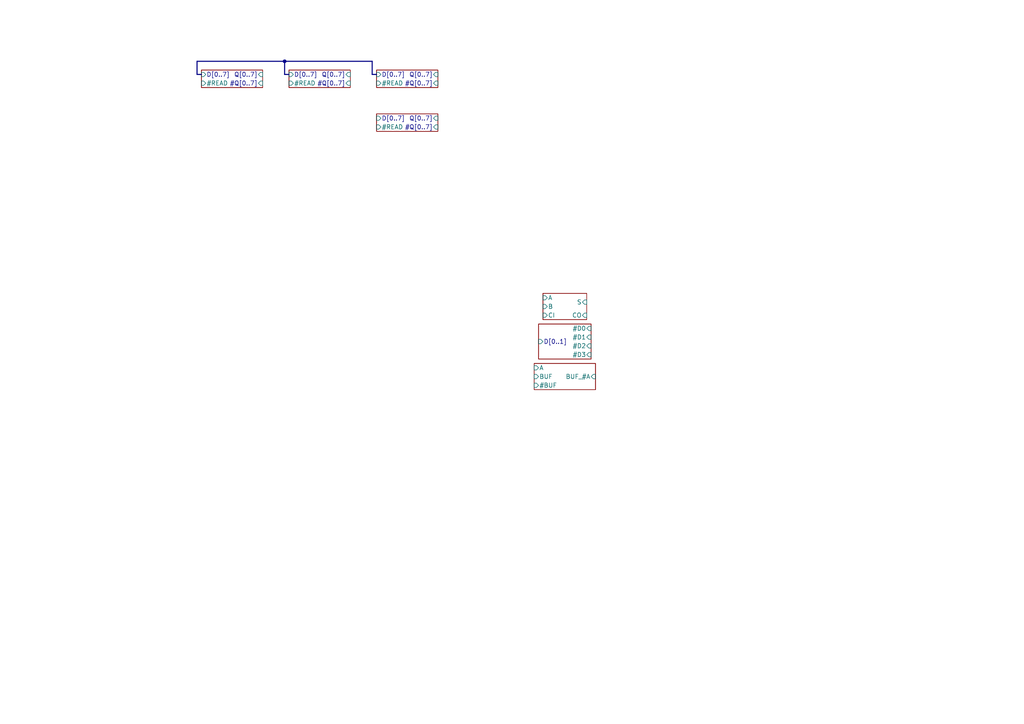
<source format=kicad_sch>
(kicad_sch
	(version 20250114)
	(generator "eeschema")
	(generator_version "9.0")
	(uuid "6868e9eb-d1d4-45cb-8fc8-14949ab4307f")
	(paper "A4")
	(lib_symbols)
	(junction
		(at 82.55 17.78)
		(diameter 0)
		(color 0 0 0 0)
		(uuid "b39115af-035f-449d-bca2-9c72d3b1cbfb")
	)
	(bus
		(pts
			(xy 82.55 17.78) (xy 107.95 17.78)
		)
		(stroke
			(width 0)
			(type default)
		)
		(uuid "193f7d8b-09a6-4c43-98fe-ced173f79e11")
	)
	(bus
		(pts
			(xy 107.95 17.78) (xy 107.95 21.59)
		)
		(stroke
			(width 0)
			(type default)
		)
		(uuid "196f5809-8823-44e3-989d-dcb5c687bd79")
	)
	(bus
		(pts
			(xy 82.55 21.59) (xy 83.82 21.59)
		)
		(stroke
			(width 0)
			(type default)
		)
		(uuid "5016b18d-2726-429e-8d66-f410e9a0ae7e")
	)
	(bus
		(pts
			(xy 58.42 21.59) (xy 57.15 21.59)
		)
		(stroke
			(width 0)
			(type default)
		)
		(uuid "567abd69-3479-4cd5-bc86-e29a62c6cacc")
	)
	(bus
		(pts
			(xy 82.55 17.78) (xy 82.55 21.59)
		)
		(stroke
			(width 0)
			(type default)
		)
		(uuid "6a583729-23a8-4164-b240-df8090e3776f")
	)
	(bus
		(pts
			(xy 57.15 17.78) (xy 82.55 17.78)
		)
		(stroke
			(width 0)
			(type default)
		)
		(uuid "9f563202-df0c-45df-be9f-92acd3639ac4")
	)
	(bus
		(pts
			(xy 107.95 21.59) (xy 109.22 21.59)
		)
		(stroke
			(width 0)
			(type default)
		)
		(uuid "efad29d4-e61c-4cb7-a582-bd75a8858cba")
	)
	(bus
		(pts
			(xy 57.15 21.59) (xy 57.15 17.78)
		)
		(stroke
			(width 0)
			(type default)
		)
		(uuid "fa869336-8fbb-4ace-a72f-cf0401f923f8")
	)
	(sheet
		(at 157.48 85.09)
		(size 12.7 7.62)
		(exclude_from_sim no)
		(in_bom yes)
		(on_board yes)
		(dnp no)
		(fields_autoplaced yes)
		(stroke
			(width 0.1524)
			(type solid)
		)
		(fill
			(color 0 0 0 0.0000)
		)
		(uuid "0ddc7f58-f94b-4736-bddb-ac11feba981b")
		(property "Sheetname" "adder_1_1"
			(at 157.48 84.3784 0)
			(effects
				(font
					(size 1.27 1.27)
				)
				(justify left bottom)
				(hide yes)
			)
		)
		(property "Sheetfile" "adder_1.kicad_sch"
			(at 157.48 93.2946 0)
			(effects
				(font
					(size 1.27 1.27)
				)
				(justify left top)
				(hide yes)
			)
		)
		(pin "A" input
			(at 157.48 86.36 180)
			(uuid "a1c46cf2-5c48-4c4f-b4c2-770f0c78df67")
			(effects
				(font
					(size 1.27 1.27)
				)
				(justify left)
			)
		)
		(pin "B" input
			(at 157.48 88.9 180)
			(uuid "13e7c354-165c-49a8-b3da-1e4703e38ee3")
			(effects
				(font
					(size 1.27 1.27)
				)
				(justify left)
			)
		)
		(pin "CI" input
			(at 157.48 91.44 180)
			(uuid "338cf3dc-1118-436b-80ee-a84a39f398e2")
			(effects
				(font
					(size 1.27 1.27)
				)
				(justify left)
			)
		)
		(pin "S" input
			(at 170.18 87.63 0)
			(uuid "cc3c5a4e-b282-47f9-8882-ee31983e11ac")
			(effects
				(font
					(size 1.27 1.27)
				)
				(justify right)
			)
		)
		(pin "CO" input
			(at 170.18 91.44 0)
			(uuid "600e674e-5915-44c2-928a-c1c0340e31a2")
			(effects
				(font
					(size 1.27 1.27)
				)
				(justify right)
			)
		)
		(instances
			(project "hera"
				(path "/6868e9eb-d1d4-45cb-8fc8-14949ab4307f"
					(page "59")
				)
			)
		)
	)
	(sheet
		(at 109.22 33.02)
		(size 17.78 5.08)
		(exclude_from_sim no)
		(in_bom yes)
		(on_board yes)
		(dnp no)
		(fields_autoplaced yes)
		(stroke
			(width 0.1524)
			(type solid)
		)
		(fill
			(color 0 0 0 0.0000)
		)
		(uuid "3c570bc0-f36e-460b-845c-8f1fe512ca10")
		(property "Sheetname" "adder_16_1"
			(at 109.22 32.3084 0)
			(effects
				(font
					(size 1.27 1.27)
				)
				(justify left bottom)
				(hide yes)
			)
		)
		(property "Sheetfile" "adder_16.kicad_sch"
			(at 109.22 38.6846 0)
			(effects
				(font
					(size 1.27 1.27)
				)
				(justify left top)
				(hide yes)
			)
		)
		(pin "#READ" input
			(at 109.22 36.83 180)
			(uuid "7cdda577-a5de-46ac-bae2-042556128eae")
			(effects
				(font
					(size 1.27 1.27)
				)
				(justify left)
			)
		)
		(pin "Q[0..7]" input
			(at 127 34.29 0)
			(uuid "2cd100ec-36c0-4651-9198-0dd0d41bd09a")
			(effects
				(font
					(size 1.27 1.27)
				)
				(justify right)
			)
		)
		(pin "D[0..7]" input
			(at 109.22 34.29 180)
			(uuid "52db1355-918c-4193-8f71-69aff7fb9b60")
			(effects
				(font
					(size 1.27 1.27)
				)
				(justify left)
			)
		)
		(pin "#Q[0..7]" input
			(at 127 36.83 0)
			(uuid "d6a28017-b8e7-4a94-883b-c777dc5a590c")
			(effects
				(font
					(size 1.27 1.27)
				)
				(justify right)
			)
		)
		(instances
			(project "hera"
				(path "/6868e9eb-d1d4-45cb-8fc8-14949ab4307f"
					(page "171")
				)
			)
		)
	)
	(sheet
		(at 58.42 20.32)
		(size 17.78 5.08)
		(exclude_from_sim no)
		(in_bom yes)
		(on_board yes)
		(dnp no)
		(fields_autoplaced yes)
		(stroke
			(width 0.1524)
			(type solid)
		)
		(fill
			(color 0 0 0 0.0000)
		)
		(uuid "65bd18f8-18dc-448b-bb8f-b63612b8469e")
		(property "Sheetname" "register_8_1"
			(at 58.42 19.6084 0)
			(effects
				(font
					(size 1.27 1.27)
				)
				(justify left bottom)
				(hide yes)
			)
		)
		(property "Sheetfile" "register_8.kicad_sch"
			(at 58.42 25.9846 0)
			(effects
				(font
					(size 1.27 1.27)
				)
				(justify left top)
				(hide yes)
			)
		)
		(pin "#READ" input
			(at 58.42 24.13 180)
			(uuid "1605e230-4eef-4fd6-915f-793ac3bd4899")
			(effects
				(font
					(size 1.27 1.27)
				)
				(justify left)
			)
		)
		(pin "Q[0..7]" input
			(at 76.2 21.59 0)
			(uuid "f6c983b9-c9e6-4702-9af6-7c4283a61ff8")
			(effects
				(font
					(size 1.27 1.27)
				)
				(justify right)
			)
		)
		(pin "D[0..7]" input
			(at 58.42 21.59 180)
			(uuid "98a00373-a86f-4b77-8f64-82a3f38b8aa7")
			(effects
				(font
					(size 1.27 1.27)
				)
				(justify left)
			)
		)
		(pin "#Q[0..7]" input
			(at 76.2 24.13 0)
			(uuid "c8d327e0-f2f7-4407-b686-9a15c396f55a")
			(effects
				(font
					(size 1.27 1.27)
				)
				(justify right)
			)
		)
		(instances
			(project "hera"
				(path "/6868e9eb-d1d4-45cb-8fc8-14949ab4307f"
					(page "10")
				)
			)
		)
	)
	(sheet
		(at 83.82 20.32)
		(size 17.78 5.08)
		(exclude_from_sim no)
		(in_bom yes)
		(on_board yes)
		(dnp no)
		(fields_autoplaced yes)
		(stroke
			(width 0.1524)
			(type solid)
		)
		(fill
			(color 0 0 0 0.0000)
		)
		(uuid "964d55bc-c706-4987-84da-f992a86d64fd")
		(property "Sheetname" "register_8_2"
			(at 83.82 19.6084 0)
			(effects
				(font
					(size 1.27 1.27)
				)
				(justify left bottom)
				(hide yes)
			)
		)
		(property "Sheetfile" "register_8.kicad_sch"
			(at 83.82 25.9846 0)
			(effects
				(font
					(size 1.27 1.27)
				)
				(justify left top)
				(hide yes)
			)
		)
		(pin "#READ" input
			(at 83.82 24.13 180)
			(uuid "d9973c7e-c020-47ae-9eae-059f723895d8")
			(effects
				(font
					(size 1.27 1.27)
				)
				(justify left)
			)
		)
		(pin "Q[0..7]" input
			(at 101.6 21.59 0)
			(uuid "a6993dec-3f92-476d-98ac-83459d581ffa")
			(effects
				(font
					(size 1.27 1.27)
				)
				(justify right)
			)
		)
		(pin "D[0..7]" input
			(at 83.82 21.59 180)
			(uuid "9e4d5813-76f4-43ff-a1c2-a54a3014805a")
			(effects
				(font
					(size 1.27 1.27)
				)
				(justify left)
			)
		)
		(pin "#Q[0..7]" input
			(at 101.6 24.13 0)
			(uuid "8d183662-c9aa-4bdf-9f11-04ba35622c5d")
			(effects
				(font
					(size 1.27 1.27)
				)
				(justify right)
			)
		)
		(instances
			(project "hera"
				(path "/6868e9eb-d1d4-45cb-8fc8-14949ab4307f"
					(page "68")
				)
			)
		)
	)
	(sheet
		(at 109.22 20.32)
		(size 17.78 5.08)
		(exclude_from_sim no)
		(in_bom yes)
		(on_board yes)
		(dnp no)
		(fields_autoplaced yes)
		(stroke
			(width 0.1524)
			(type solid)
		)
		(fill
			(color 0 0 0 0.0000)
		)
		(uuid "a0f5befa-e51c-4531-8f13-c407ed09ffeb")
		(property "Sheetname" "register_8_3"
			(at 109.22 19.6084 0)
			(effects
				(font
					(size 1.27 1.27)
				)
				(justify left bottom)
				(hide yes)
			)
		)
		(property "Sheetfile" "register_8.kicad_sch"
			(at 109.22 25.9846 0)
			(effects
				(font
					(size 1.27 1.27)
				)
				(justify left top)
				(hide yes)
			)
		)
		(pin "#READ" input
			(at 109.22 24.13 180)
			(uuid "d3ef66fd-b325-4df3-b8eb-972d6878f79c")
			(effects
				(font
					(size 1.27 1.27)
				)
				(justify left)
			)
		)
		(pin "Q[0..7]" input
			(at 127 21.59 0)
			(uuid "e409de99-2aed-4ea7-aba2-52e36c9dc345")
			(effects
				(font
					(size 1.27 1.27)
				)
				(justify right)
			)
		)
		(pin "D[0..7]" input
			(at 109.22 21.59 180)
			(uuid "fdd06bf5-c560-4a89-84e6-3661044aecba")
			(effects
				(font
					(size 1.27 1.27)
				)
				(justify left)
			)
		)
		(pin "#Q[0..7]" input
			(at 127 24.13 0)
			(uuid "365b6d61-cd52-454b-9458-6fedb08129ee")
			(effects
				(font
					(size 1.27 1.27)
				)
				(justify right)
			)
		)
		(instances
			(project "hera"
				(path "/6868e9eb-d1d4-45cb-8fc8-14949ab4307f"
					(page "117")
				)
			)
		)
	)
	(sheet
		(at 156.21 93.98)
		(size 15.24 10.16)
		(exclude_from_sim no)
		(in_bom yes)
		(on_board yes)
		(dnp no)
		(fields_autoplaced yes)
		(stroke
			(width 0.1524)
			(type solid)
		)
		(fill
			(color 0 0 0 0.0000)
		)
		(uuid "b476920c-8d64-4a95-8978-a679716a9572")
		(property "Sheetname" "decoder_2_1"
			(at 156.21 93.2684 0)
			(effects
				(font
					(size 1.27 1.27)
				)
				(justify left bottom)
				(hide yes)
			)
		)
		(property "Sheetfile" "decoder_2.kicad_sch"
			(at 156.21 104.7246 0)
			(effects
				(font
					(size 1.27 1.27)
				)
				(justify left top)
				(hide yes)
			)
		)
		(pin "#D2" input
			(at 171.45 100.33 0)
			(uuid "e39c1485-52c9-4c10-95dc-2e71649248dd")
			(effects
				(font
					(size 1.27 1.27)
				)
				(justify right)
			)
		)
		(pin "#D3" input
			(at 171.45 102.87 0)
			(uuid "7b9f19cc-de4a-458f-9cc1-83d49ad6bf72")
			(effects
				(font
					(size 1.27 1.27)
				)
				(justify right)
			)
		)
		(pin "#D0" input
			(at 171.45 95.25 0)
			(uuid "569a5d8e-e829-43aa-a426-79db956b3d93")
			(effects
				(font
					(size 1.27 1.27)
				)
				(justify right)
			)
		)
		(pin "#D1" input
			(at 171.45 97.79 0)
			(uuid "336d83e0-0468-4f08-a6e9-2049ad24c46b")
			(effects
				(font
					(size 1.27 1.27)
				)
				(justify right)
			)
		)
		(pin "D[0..1]" input
			(at 156.21 99.06 180)
			(uuid "8ea0840c-cded-4a58-b05d-28e47286e1bc")
			(effects
				(font
					(size 1.27 1.27)
				)
				(justify left)
			)
		)
		(instances
			(project "hera"
				(path "/6868e9eb-d1d4-45cb-8fc8-14949ab4307f"
					(page "59")
				)
			)
		)
	)
	(sheet
		(at 154.94 105.41)
		(size 17.78 7.62)
		(exclude_from_sim no)
		(in_bom yes)
		(on_board yes)
		(dnp no)
		(fields_autoplaced yes)
		(stroke
			(width 0.1524)
			(type solid)
		)
		(fill
			(color 0 0 0 0.0000)
		)
		(uuid "c97ce238-54c0-45e8-a2f1-dabea759b912")
		(property "Sheetname" "gate_buf_1_1"
			(at 154.94 104.6984 0)
			(effects
				(font
					(size 1.27 1.27)
				)
				(justify left bottom)
				(hide yes)
			)
		)
		(property "Sheetfile" "gate_buf_1.kicad_sch"
			(at 154.94 113.6146 0)
			(effects
				(font
					(size 1.27 1.27)
				)
				(justify left top)
				(hide yes)
			)
		)
		(pin "#BUF" input
			(at 154.94 111.76 180)
			(uuid "14cc038f-1255-475a-87d3-603a17ee8d86")
			(effects
				(font
					(size 1.27 1.27)
				)
				(justify left)
			)
		)
		(pin "BUF" input
			(at 154.94 109.22 180)
			(uuid "d0fda124-8c9a-4211-ba31-0f3839761d90")
			(effects
				(font
					(size 1.27 1.27)
				)
				(justify left)
			)
		)
		(pin "A" input
			(at 154.94 106.68 180)
			(uuid "3dc6e5ba-8023-43b0-ae9a-841129f08adf")
			(effects
				(font
					(size 1.27 1.27)
				)
				(justify left)
			)
		)
		(pin "BUF_#A" input
			(at 172.72 109.22 0)
			(uuid "5a584e91-5335-45ee-97f9-90edca5204b0")
			(effects
				(font
					(size 1.27 1.27)
				)
				(justify right)
			)
		)
		(instances
			(project "hera"
				(path "/6868e9eb-d1d4-45cb-8fc8-14949ab4307f"
					(page "9")
				)
			)
		)
	)
	(sheet_instances
		(path "/"
			(page "1")
		)
	)
	(embedded_fonts no)
)

</source>
